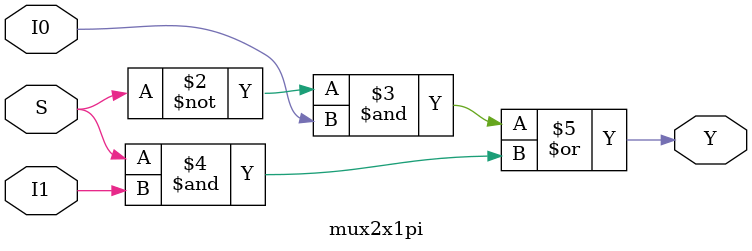
<source format=v>
`timescale 1ns / 1ps


module mux2x1pi(
    input I0,
    input I1,
    input S,
    output Y
    );
    reg Y;
    always @ (I0 or I1 or S)
    begin
        Y = (~S & I0) | (S & I1);
    end
endmodule

</source>
